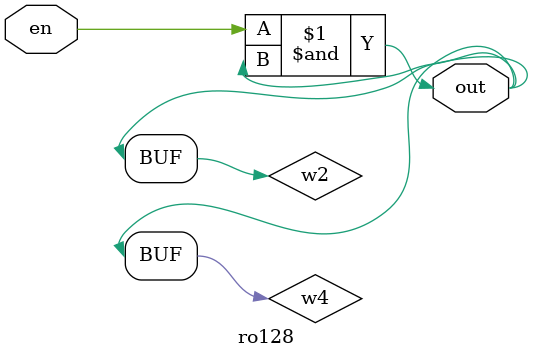
<source format=v>
`timescale 1ns/1ps
module ro1(
				input en,
				output out
			);
	 
       (* S= "TRUE"*)(* ALLOW_COMBINATORIAL_LOOPS = "true", KEEP = "true" *) 
	    wire w1, w2, w3,w4,w5;  
		
		  
        nand #1(w1, en, out);
        not #1(w2, w1);
        not #1(w3, w2);
        not #1(w4,w3);
        not #1(w5, w4);
        not #1(out, w5);
       
		
endmodule

module ro2(
				input en,
				output out
			);
	 
       (* S= "TRUE"*)(* ALLOW_COMBINATORIAL_LOOPS = "true", KEEP = "true" *) 
	    wire w1, w2, w3,w4,w5; 
		
		  
        nand #2(w1, en, out);
        not #2(w2, w1);
        not #2(w3, w2);
        not #2(w4,w3);
        not #2(w5, w4);
        not #2(out, w5);
        
		
endmodule

module ro3(
				input en,
				output out
			);
	 
       (* S= "TRUE"*)(* ALLOW_COMBINATORIAL_LOOPS = "true", KEEP = "true" *) 
	    wire w1, w2, w3,w4,w5;
		
		  
        nand #3(w1, en, out);
        not #3(w2, w1);
        not #3(w3, w2);
        not #3(w4,w3);
        not #3(w5, w4);
        not #3(out, w5);
        
		
endmodule

module ro4(
				input en,
				output out
			);
	 
       (* S= "TRUE"*)(* ALLOW_COMBINATORIAL_LOOPS = "true", KEEP = "true" *) 
	    wire w1, w2, w3,w4,w5;
		
		  
        nand #4(w1, en, out);
        not #4(w2, w1);
        not #4(w3, w2);
        not #4(w4,w3);
        not #4(w5, w4);
        not #4(out, w5);
        
		
endmodule

module ro5(
				input en,
				output out
			);
	 
       (* S= "TRUE"*)(* ALLOW_COMBINATORIAL_LOOPS = "true", KEEP = "true" *) 
	    wire w1, w2, w3,w4,w5; 
		
		  
        nand #5(w1, en, out);
        not #5(w2, w1);
        not #5(w3, w2);
        not #5(w4,w3);
        not #5(w5, w4);
        not #5(out, w5);
       
		
endmodule

module ro6(
				input en,
				output out
			);
	 
       (* S= "TRUE"*)(* ALLOW_COMBINATORIAL_LOOPS = "true", KEEP = "true" *) 
	    wire w1, w2, w3,w4,w5;
		
		  
        nand #6(w1, en, out);
        not #6(w2, w1);
        not #6(w3, w2);
        not #6(w4,w3);
        not #6(w5, w4);
        not #6(out, w5);
        
endmodule

module ro7(
				input en,
				output out
			);
	 
       (* S= "TRUE"*)(* ALLOW_COMBINATORIAL_LOOPS = "true", KEEP = "true" *) 
	    wire w1, w2, w3,w4,w5;  
		
		  
        nand #7(w1, en, out);
        not #7(w2, w1);
        not #7(w3, w2);
        not #7(w4,w3);
        not #7(w5, w4);
        not #7(out, w5);
       
		
endmodule

module ro8(
				input en,
				output out
			);
	 
       (* S= "TRUE"*)(* ALLOW_COMBINATORIAL_LOOPS = "true", KEEP = "true" *) 
	    wire w1, w2, w3,w4,w5; 
		
		  
        nand #8(w1, en, out);
        not #8(w2, w1);
        not #8(w3, w2);
        not #8(w4,w3);
        not #8(w5, w4);
        not #8(out, w5);
        
		
endmodule
module ro9(
				input en,
				output out
			);
	 
       (* S= "TRUE"*)(* ALLOW_COMBINATORIAL_LOOPS = "true", KEEP = "true" *) 
	    wire w1, w2, w3,w4,w5; 
		
		  
        nand #9(w1, en, out);
        not #9(w2, w1);
        not #9(w3, w2);
        not #9(w4,w3);
        not #9(w5, w4);
        not #9(out, w5);
        
		
endmodule

module ro10(
				input en,
				output out
			);
	 
       (* S= "TRUE"*)(* ALLOW_COMBINATORIAL_LOOPS = "true", KEEP = "true" *) 
	    wire w1, w2, w3,w4,w5; 
		
		  
        nand #10(w1, en, out);
        not #10(w2, w1);
        not #10(w3, w2);
        not #10(w4,w3);
        not #10(w5, w4);
        not #10(out, w5);
        
		
endmodule

module ro11(
				input en,
				output out
			);
	 
       (* S= "TRUE"*)(* ALLOW_COMBINATORIAL_LOOPS = "true", KEEP = "true" *) 
	    wire w1, w2, w3,w4,w5; 
		
		  
        nand #11(w1, en, out);
        not #11(w2, w1);
        not #11(w3, w2);
        not #11(w4,w3);
        not #11(w5, w4);
        not #11(out, w5);
        
		
endmodule

module ro12(
				input en,
				output out
			);
	 
       (* S= "TRUE"*)(* ALLOW_COMBINATORIAL_LOOPS = "true", KEEP = "true" *) 
	    wire w1, w2, w3,w4,w5; 
		
		  
        nand #12(w1, en, out);
        not #12(w2, w1);
        not #12(w3, w2);
        not #12(w4,w3);
        not #12(w5, w4);
        not #12(out, w5);
        
		
endmodule

module ro13(
				input en,
				output out
			);
	 
       (* S= "TRUE"*)(* ALLOW_COMBINATORIAL_LOOPS = "true", KEEP = "true" *) 
	    wire w1, w2, w3,w4,w5; 
		
		  
        nand #13(w1, en, out);
        not #13(w2, w1);
        not #13(w3, w2);
        not #13(w4,w3);
        not #13(w5, w4);
        not #13(out, w5);
        
		
endmodule

module ro14(
				input en,
				output out
			);
	 
       (* S= "TRUE"*)(* ALLOW_COMBINATORIAL_LOOPS = "true", KEEP = "true" *) 
	    wire w1, w2, w3,w4,w5; 
		
		  
        nand #14(w1, en, out);
        not #14(w2, w1);
        not #14(w3, w2);
        not #14(w4,w3);
        not #14(w5, w4);
        not #14(out, w5);
        
		
endmodule

module ro15(
				input en,
				output out
			);
	 
       (* S= "TRUE"*)(* ALLOW_COMBINATORIAL_LOOPS = "true", KEEP = "true" *) 
	    wire w1, w2, w3,w4,w5; 
		
		  
        nand #15(w1, en, out);
        not #15(w2, w1);
        not #15(w3, w2);
        not #15(w4,w3);
        not #15(w5, w4);
        not #15(out, w5);
        
		
endmodule

module ro16(
				input en,
				output out
			);
	 
       (* S= "TRUE"*)(* ALLOW_COMBINATORIAL_LOOPS = "true", KEEP = "true" *) 
	    wire w1, w2, w3,w4,w5; 
		
		  
        nand #16(w1, en, out);
        not #16(w2, w1);
        not #16(w3, w2);
        not #16(w4,w3);
        not #16(w5, w4);
        not #16(out, w5);
        
		
endmodule

module ro17(
				input en,
				output out
			);
	 
       (* S= "TRUE"*)(* ALLOW_COMBINATORIAL_LOOPS = "true", KEEP = "true" *) 
	    wire w1, w2, w3,w4,w5; 
		
		  
        nand #17(w1, en, out);
        not #17(w2, w1);
        not #17(w3, w2);
        not #17(w4,w3);
        not #17(w5, w4);
        not #17(out, w5);
        
		
endmodule

module ro18(
				input en,
				output out
			);
	 
       (* S= "TRUE"*)(* ALLOW_COMBINATORIAL_LOOPS = "true", KEEP = "true" *) 
	    wire w1, w2, w3,w4,w5; 
		
		  
        nand #18(w1, en, out);
        not #18(w2, w1);
        not #18(w3, w2);
        not #18(w4,w3);
        not #18(w5, w4);
        not #18(out, w5);
        
		
endmodule

module ro19(
				input en,
				output out
			);
	 
       (* S= "TRUE"*)(* ALLOW_COMBINATORIAL_LOOPS = "true", KEEP = "true" *) 
	    wire w1, w2, w3,w4,w5; 
		
		  
        nand #19(w1, en, out);
        not #19(w2, w1);
        not #19(w3, w2);
        not #19(w4,w3);
        not #19(w5, w4);
        not #19(out, w5);
        
		
endmodule
  
module ro20(
				input en,
				output out
			);
	 
       (* S= "TRUE"*)(* ALLOW_COMBINATORIAL_LOOPS = "true", KEEP = "true" *) 
	    wire w1, w2, w3,w4,w5; 
		
		  
        nand #20(w1, en, out);
        not #20(w2, w1);
        not #20(w3, w2);
        not #20(w4,w3);
        not #20(w5, w4);
        not #20(out, w5);
        
		
endmodule
  
module ro21(
				input en,
				output out
			);
	 
       (* S= "TRUE"*)(* ALLOW_COMBINATORIAL_LOOPS = "true", KEEP = "true" *) 
	    wire w1, w2, w3,w4,w5; 
		
		  
        nand #21(w1, en, out);
        not #21(w2, w1);
        not #21(w3, w2);
        not #21(w4,w3);
        not #21(w5, w4);
        not #21(out, w5);
        
		
endmodule
  
module ro22(
				input en,
				output out
			);
	 
       (* S= "TRUE"*)(* ALLOW_COMBINATORIAL_LOOPS = "true", KEEP = "true" *) 
	    wire w1, w2, w3,w4,w5; 
		
		  
        nand #22(w1, en, out);
        not #22(w2, w1);
        not #22(w3, w2);
        not #22(w4,w3);
        not #22(w5, w4);
        not #22(out, w5);
        
		
endmodule
  
module ro23(
				input en,
				output out
			);
	 
       (* S= "TRUE"*)(* ALLOW_COMBINATORIAL_LOOPS = "true", KEEP = "true" *) 
	    wire w1, w2, w3,w4,w5; 
		
		  
        nand #23(w1, en, out);
        not #23(w2, w1);
        not #23(w3, w2);
        not #23(w4,w3);
        not #23(w5, w4);
        not #23(out, w5);
        
		
endmodule
  
module ro24(
				input en,
				output out
			);
	 
       (* S= "TRUE"*)(* ALLOW_COMBINATORIAL_LOOPS = "true", KEEP = "true" *) 
	    wire w1, w2, w3,w4,w5; 
		
		  
        nand #24(w1, en, out);
        not #24(w2, w1);
        not #24(w3, w2);
        not #24(w4,w3);
        not #24(w5, w4);
        not #24(out, w5);
        
		
endmodule
  
module ro25(
				input en,
				output out
			);
	 
       (* S= "TRUE"*)(* ALLOW_COMBINATORIAL_LOOPS = "true", KEEP = "true" *) 
	    wire w1, w2, w3,w4,w5; 
		
		  
        nand #25(w1, en, out);
        not #25(w2, w1);
        not #25(w3, w2);
        not #25(w4,w3);
        not #25(w5, w4);
        not #25(out, w5);
        
		
endmodule
  
module ro26(
				input en,
				output out
			);
	 
       (* S= "TRUE"*)(* ALLOW_COMBINATORIAL_LOOPS = "true", KEEP = "true" *) 
	    wire w1, w2, w3,w4,w5; 
		
		  
        nand #26(w1, en, out);
        not #26(w2, w1);
        not #26(w3, w2);
        not #26(w4,w3);
        not #26(w5, w4);
        not #26(out, w5);
        
		
endmodule
  
module ro27(
				input en,
				output out
			);
	 
       (* S= "TRUE"*)(* ALLOW_COMBINATORIAL_LOOPS = "true", KEEP = "true" *) 
	    wire w1, w2, w3,w4,w5; 
		
		  
        nand #27(w1, en, out);
        not #27(w2, w1);
        not #27(w3, w2);
        not #27(w4,w3);
        not #27(w5, w4);
        not #27(out, w5);
        
		
endmodule
  
module ro28(
				input en,
				output out
			);
	 
       (* S= "TRUE"*)(* ALLOW_COMBINATORIAL_LOOPS = "true", KEEP = "true" *) 
	    wire w1, w2, w3,w4,w5; 
		
		  
        nand #28(w1, en, out);
        not #28(w2, w1);
        not #28(w3, w2);
        not #28(w4,w3);
        not #28(w5, w4);
        not #28(out, w5);
        
		
endmodule
  
module ro29(
				input en,
				output out
			);
	 
       (* S= "TRUE"*)(* ALLOW_COMBINATORIAL_LOOPS = "true", KEEP = "true" *) 
	    wire w1, w2, w3,w4,w5; 
		
		  
        nand #29(w1, en, out);
        not #29(w2, w1);
        not #29(w3, w2);
        not #29(w4,w3);
        not #29(w5, w4);
        not #29(out, w5);
        
		
endmodule
  
module ro30(
				input en,
				output out
			);
	 
       (* S= "TRUE"*)(* ALLOW_COMBINATORIAL_LOOPS = "true", KEEP = "true" *) 
	    wire w1, w2, w3,w4,w5; 
		
		  
        nand #30(w1, en, out);
        not #30(w2, w1);
        not #30(w3, w2);
        not #30(w4,w3);
        not #30(w5, w4);
        not #30(out, w5);
        
		
endmodule
  
module ro31(
				input en,
				output out
			);
	 
       (* S= "TRUE"*)(* ALLOW_COMBINATORIAL_LOOPS = "true", KEEP = "true" *) 
	    wire w1, w2, w3,w4,w5; 
		
		  
        nand #31(w1, en, out);
        not #31(w2, w1);
        not #31(w3, w2);
        not #31(w4,w3);
        not #31(w5, w4);
        not #31(out, w5);
        
		
endmodule
  
module ro32(
				input en,
				output out
			);
	 
       (* S= "TRUE"*)(* ALLOW_COMBINATORIAL_LOOPS = "true", KEEP = "true" *) 
	    wire w1, w2, w3,w4,w5; 
		
		  
        nand #32(w1, en, out);
        not #32(w2, w1);
        not #32(w3, w2);
        not #32(w4,w3);
        not #32(w5, w4);
        not #32(out, w5);
        
		
endmodule
  
module ro33(
				input en,
				output out
			);
	 
       (* S= "TRUE"*)(* ALLOW_COMBINATORIAL_LOOPS = "true", KEEP = "true" *) 
	    wire w1, w2, w3,w4,w5; 
		
		  
        nand #33(w1, en, out);
        not #33(w2, w1);
        not #33(w3, w2);
        not #33(w4,w3);
        not #33(w5, w4);
        not #33(out, w5);
        
		
endmodule
  
module ro34(
				input en,
				output out
			);
	 
       (* S= "TRUE"*)(* ALLOW_COMBINATORIAL_LOOPS = "true", KEEP = "true" *) 
	    wire w1, w2, w3,w4,w5; 
		
		  
        nand #34(w1, en, out);
        not #34(w2, w1);
        not #34(w3, w2);
        not #34(w4,w3);
        not #34(w5, w4);
        not #34(out, w5);
        
		
endmodule
  
module ro35(
				input en,
				output out
			);
	 
       (* S= "TRUE"*)(* ALLOW_COMBINATORIAL_LOOPS = "true", KEEP = "true" *) 
	    wire w1, w2, w3,w4,w5; 
		
		  
        nand #35(w1, en, out);
        not #35(w2, w1);
        not #35(w3, w2);
        not #35(w4,w3);
        not #35(w5, w4);
        not #35(out, w5);
        
		
endmodule
  
module ro36(
				input en,
				output out
			);
	 
       (* S= "TRUE"*)(* ALLOW_COMBINATORIAL_LOOPS = "true", KEEP = "true" *) 
	    wire w1, w2, w3,w4,w5; 
		
		  
        nand #36(w1, en, out);
        not #36(w2, w1);
        not #36(w3, w2);
        not #36(w4,w3);
        not #36(w5, w4);
        not #36(out, w5);
        
		
endmodule
  
module ro37(
				input en,
				output out
			);
	 
       (* S= "TRUE"*)(* ALLOW_COMBINATORIAL_LOOPS = "true", KEEP = "true" *) 
	    wire w1, w2, w3,w4,w5; 
		
		  
        nand #37(w1, en, out);
        not #37(w2, w1);
        not #37(w3, w2);
        not #37(w4,w3);
        not #37(w5, w4);
        not #37(out, w5);
        
		
endmodule
  
module ro38(
				input en,
				output out
			);
	 
       (* S= "TRUE"*)(* ALLOW_COMBINATORIAL_LOOPS = "true", KEEP = "true" *) 
	    wire w1, w2, w3,w4,w5; 
		
		  
        nand #38(w1, en, out);
        not #38(w2, w1);
        not #38(w3, w2);
        not #38(w4,w3);
        not #38(w5, w4);
        not #38(out, w5);
        
		
endmodule
  
module ro39(
				input en,
				output out
			);
	 
       (* S= "TRUE"*)(* ALLOW_COMBINATORIAL_LOOPS = "true", KEEP = "true" *) 
	    wire w1, w2, w3,w4,w5; 
		
		  
        nand #39(w1, en, out);
        not #39(w2, w1);
        not #39(w3, w2);
        not #39(w4,w3);
        not #39(w5, w4);
        not #39(out, w5);
        
		
endmodule
  
module ro40(
				input en,
				output out
			);
	 
       (* S= "TRUE"*)(* ALLOW_COMBINATORIAL_LOOPS = "true", KEEP = "true" *) 
	    wire w1, w2, w3,w4,w5; 
		
		  
        nand #40(w1, en, out);
        not #40(w2, w1);
        not #40(w3, w2);
        not #40(w4,w3);
        not #40(w5, w4);
        not #40(out, w5);
        
		
endmodule
  
module ro41(
				input en,
				output out
			);
	 
       (* S= "TRUE"*)(* ALLOW_COMBINATORIAL_LOOPS = "true", KEEP = "true" *) 
	    wire w1, w2, w3,w4,w5; 
		
		  
        nand #41(w1, en, out);
        not #41(w2, w1);
        not #41(w3, w2);
        not #41(w4,w3);
        not #41(w5, w4);
        not #41(out, w5);
        
		
endmodule
  
module ro42(
				input en,
				output out
			);
	 
       (* S= "TRUE"*)(* ALLOW_COMBINATORIAL_LOOPS = "true", KEEP = "true" *) 
	    wire w1, w2, w3,w4,w5; 
		
		  
        nand #42(w1, en, out);
        not #42(w2, w1);
        not #42(w3, w2);
        not #42(w4,w3);
        not #42(w5, w4);
        not #42(out, w5);
        
		
endmodule
  
module ro43(
				input en,
				output out
			);
	 
       (* S= "TRUE"*)(* ALLOW_COMBINATORIAL_LOOPS = "true", KEEP = "true" *) 
	    wire w1, w2, w3,w4,w5; 
		
		  
        nand #43(w1, en, out);
        not #43(w2, w1);
        not #43(w3, w2);
        not #43(w4,w3);
        not #43(w5, w4);
        not #43(out, w5);
        
		
endmodule
  
module ro44(
				input en,
				output out
			);
	 
       (* S= "TRUE"*)(* ALLOW_COMBINATORIAL_LOOPS = "true", KEEP = "true" *) 
	    wire w1, w2, w3,w4,w5; 
		
		  
        nand #44(w1, en, out);
        not #44(w2, w1);
        not #44(w3, w2);
        not #44(w4,w3);
        not #44(w5, w4);
        not #44(out, w5);
        
		
endmodule
  
module ro45(
				input en,
				output out
			);
	 
       (* S= "TRUE"*)(* ALLOW_COMBINATORIAL_LOOPS = "true", KEEP = "true" *) 
	    wire w1, w2, w3,w4,w5; 
		
		  
        nand #45(w1, en, out);
        not #45(w2, w1);
        not #45(w3, w2);
        not #45(w4,w3);
        not #45(w5, w4);
        not #45(out, w5);
        
		
endmodule
  
module ro46(
				input en,
				output out
			);
	 
       (* S= "TRUE"*)(* ALLOW_COMBINATORIAL_LOOPS = "true", KEEP = "true" *) 
	    wire w1, w2, w3,w4,w5; 
		
		  
        nand #46(w1, en, out);
        not #46(w2, w1);
        not #46(w3, w2);
        not #46(w4,w3);
        not #46(w5, w4);
        not #46(out, w5);
        
		
endmodule
  
module ro47(
				input en,
				output out
			);
	 
       (* S= "TRUE"*)(* ALLOW_COMBINATORIAL_LOOPS = "true", KEEP = "true" *) 
	    wire w1, w2, w3,w4,w5; 
		
		  
        nand #47(w1, en, out);
        not #47(w2, w1);
        not #47(w3, w2);
        not #47(w4,w3);
        not #47(w5, w4);
        not #47(out, w5);
        
		
endmodule
  
module ro48(
				input en,
				output out
			);
	 
       (* S= "TRUE"*)(* ALLOW_COMBINATORIAL_LOOPS = "true", KEEP = "true" *) 
	    wire w1, w2, w3,w4,w5; 
		
		  
        nand #48(w1, en, out);
        not #48(w2, w1);
        not #48(w3, w2);
        not #48(w4,w3);
        not #48(w5, w4);
        not #48(out, w5);
        
		
endmodule
  
module ro49(
				input en,
				output out
			);
	 
       (* S= "TRUE"*)(* ALLOW_COMBINATORIAL_LOOPS = "true", KEEP = "true" *) 
	    wire w1, w2, w3,w4,w5; 
		
		  
        nand #49(w1, en, out);
        not #49(w2, w1);
        not #49(w3, w2);
        not #49(w4,w3);
        not #49(w5, w4);
        not #49(out, w5);
        
		
endmodule
  
module ro50(
				input en,
				output out
			);
	 
       (* S= "TRUE"*)(* ALLOW_COMBINATORIAL_LOOPS = "true", KEEP = "true" *) 
	    wire w1, w2, w3,w4,w5; 
		
		  
        nand #50(w1, en, out);
        not #50(w2, w1);
        not #50(w3, w2);
        not #50(w4,w3);
        not #50(w5, w4);
        not #50(out, w5);
        
		
endmodule
  
module ro51(
				input en,
				output out
			);
	 
       (* S= "TRUE"*)(* ALLOW_COMBINATORIAL_LOOPS = "true", KEEP = "true" *) 
	    wire w1, w2, w3,w4,w5; 
		
		  
        nand #51(w1, en, out);
        not #51(w2, w1);
        not #51(w3, w2);
        not #51(w4,w3);
        not #51(w5, w4);
        not #51(out, w5);
        
		
endmodule
  
module ro52(
				input en,
				output out
			);
	 
       (* S= "TRUE"*)(* ALLOW_COMBINATORIAL_LOOPS = "true", KEEP = "true" *) 
	    wire w1, w2, w3,w4,w5; 
		
		  
        nand #52(w1, en, out);
        not #52(w2, w1);
        not #52(w3, w2);
        not #52(w4,w3);
        not #52(w5, w4);
        not #52(out, w5);
        
		
endmodule
  
module ro53(
				input en,
				output out
			);
	 
       (* S= "TRUE"*)(* ALLOW_COMBINATORIAL_LOOPS = "true", KEEP = "true" *) 
	    wire w1, w2, w3,w4,w5; 
		
		  
        nand #53(w1, en, out);
        not #53(w2, w1);
        not #53(w3, w2);
        not #53(w4,w3);
        not #53(w5, w4);
        not #53(out, w5);
        
		
endmodule
  
module ro54(
				input en,
				output out
			);
	 
       (* S= "TRUE"*)(* ALLOW_COMBINATORIAL_LOOPS = "true", KEEP = "true" *) 
	    wire w1, w2, w3,w4,w5; 
		
		  
        nand #54(w1, en, out);
        not #54(w2, w1);
        not #54(w3, w2);
        not #54(w4,w3);
        not #54(w5, w4);
        not #54(out, w5);
        
		
endmodule
  
module ro55(
				input en,
				output out
			);
	 
       (* S= "TRUE"*)(* ALLOW_COMBINATORIAL_LOOPS = "true", KEEP = "true" *) 
	    wire w1, w2, w3,w4,w5; 
		
		  
        nand #55(w1, en, out);
        not #55(w2, w1);
        not #55(w3, w2);
        not #55(w4,w3);
        not #55(w5, w4);
        not #55(out, w5);
        
		
endmodule
  
module ro56(
				input en,
				output out
			);
	 
       (* S= "TRUE"*)(* ALLOW_COMBINATORIAL_LOOPS = "true", KEEP = "true" *) 
	    wire w1, w2, w3,w4,w5; 
		
		  
        nand #56(w1, en, out);
        not #56(w2, w1);
        not #56(w3, w2);
        not #56(w4,w3);
        not #56(w5, w4);
        not #56(out, w5);
        
		
endmodule
  
module ro57(
				input en,
				output out
			);
	 
       (* S= "TRUE"*)(* ALLOW_COMBINATORIAL_LOOPS = "true", KEEP = "true" *) 
	    wire w1, w2, w3,w4,w5; 
		
		  
        nand #57(w1, en, out);
        not #57(w2, w1);
        not #57(w3, w2);
        not #57(w4,w3);
        not #57(w5, w4);
        not #57(out, w5);
        
		
endmodule
  
module ro58(
				input en,
				output out
			);
	 
       (* S= "TRUE"*)(* ALLOW_COMBINATORIAL_LOOPS = "true", KEEP = "true" *) 
	    wire w1, w2, w3,w4,w5; 
		
		  
        nand #58(w1, en, out);
        not #58(w2, w1);
        not #58(w3, w2);
        not #58(w4,w3);
        not #58(w5, w4);
        not #58(out, w5);
        
		
endmodule
  
module ro59(
				input en,
				output out
			);
	 
       (* S= "TRUE"*)(* ALLOW_COMBINATORIAL_LOOPS = "true", KEEP = "true" *) 
	    wire w1, w2, w3,w4,w5; 
		
		  
        nand #59(w1, en, out);
        not #59(w2, w1);
        not #59(w3, w2);
        not #59(w4,w3);
        not #59(w5, w4);
        not #59(out, w5);
        
		
endmodule
  
module ro60(
				input en,
				output out
			);
	 
       (* S= "TRUE"*)(* ALLOW_COMBINATORIAL_LOOPS = "true", KEEP = "true" *) 
	    wire w1, w2, w3,w4,w5; 
		
		  
        nand #60(w1, en, out);
        not #60(w2, w1);
        not #60(w3, w2);
        not #60(w4,w3);
        not #60(w5, w4);
        not #60(out, w5);
        
		
endmodule
  
module ro61(
				input en,
				output out
			);
	 
       (* S= "TRUE"*)(* ALLOW_COMBINATORIAL_LOOPS = "true", KEEP = "true" *) 
	    wire w1, w2, w3,w4,w5; 
		
		  
        nand #61(w1, en, out);
        not #61(w2, w1);
        not #61(w3, w2);
        not #61(w4,w3);
        not #61(w5, w4);
        not #61(out, w5);
        
		
endmodule
  
module ro62(
				input en,
				output out
			);
	 
       (* S= "TRUE"*)(* ALLOW_COMBINATORIAL_LOOPS = "true", KEEP = "true" *) 
	    wire w1, w2, w3,w4,w5; 
		
		  
        nand #62(w1, en, out);
        not #62(w2, w1);
        not #62(w3, w2);
        not #62(w4,w3);
        not #62(w5, w4);
        not #62(out, w5);
        
		
endmodule
  
module ro63(
				input en,
				output out
			);
	 
       (* S= "TRUE"*)(* ALLOW_COMBINATORIAL_LOOPS = "true", KEEP = "true" *) 
	    wire w1, w2, w3,w4,w5; 
		
		  
        nand #63(w1, en, out);
        not #63(w2, w1);
        not #63(w3, w2);
        not #63(w4,w3);
        not #63(w5, w4);
        not #63(out, w5);
        
		
endmodule
  
module ro64(
				input en,
				output out
			);
	 
       (* S= "TRUE"*)(* ALLOW_COMBINATORIAL_LOOPS = "true", KEEP = "true" *) 
	    wire w1, w2, w3,w4,w5; 
		
		  
        nand #64(w1, en, out);
        not #64(w2, w1);
        not #64(w3, w2);
        not #64(w4,w3);
        not #64(w5, w4);
        not #64(out, w5);
        
		
endmodule
  
module ro65(
				input en,
				output out
			);
	 
       (* S= "TRUE"*)(* ALLOW_COMBINATORIAL_LOOPS = "true", KEEP = "true" *) 
	    wire w1, w2, w3,w4,w5; 
		
		  
        nand #65(w1, en, out);
        not #65(w2, w1);
        not #65(w3, w2);
        not #65(w4,w3);
        not #65(w5, w4);
        not #65(out, w5);
        
		
endmodule
  
module ro66(
				input en,
				output out
			);
	 
       (* S= "TRUE"*)(* ALLOW_COMBINATORIAL_LOOPS = "true", KEEP = "true" *) 
	    wire w1, w2, w3,w4,w5; 
		
		  
        nand #66(w1, en, out);
        not #66(w2, w1);
        not #66(w3, w2);
        not #66(w4,w3);
        not #66(w5, w4);
        not #66(out, w5);
        
		
endmodule
  
module ro67(
				input en,
				output out
			);
	 
       (* S= "TRUE"*)(* ALLOW_COMBINATORIAL_LOOPS = "true", KEEP = "true" *) 
	    wire w1, w2, w3,w4,w5; 
		
		  
        nand #67(w1, en, out);
        not #67(w2, w1);
        not #67(w3, w2);
        not #67(w4,w3);
        not #67(w5, w4);
        not #67(out, w5);
        
		
endmodule
  
module ro68(
				input en,
				output out
			);
	 
       (* S= "TRUE"*)(* ALLOW_COMBINATORIAL_LOOPS = "true", KEEP = "true" *) 
	    wire w1, w2, w3,w4,w5; 
		
		  
        nand #68(w1, en, out);
        not #68(w2, w1);
        not #68(w3, w2);
        not #68(w4,w3);
        not #68(w5, w4);
        not #68(out, w5);
        
		
endmodule
  
module ro69(
				input en,
				output out
			);
	 
       (* S= "TRUE"*)(* ALLOW_COMBINATORIAL_LOOPS = "true", KEEP = "true" *) 
	    wire w1, w2, w3,w4,w5; 
		
		  
        nand #69(w1, en, out);
        not #69(w2, w1);
        not #69(w3, w2);
        not #69(w4,w3);
        not #69(w5, w4);
        not #69(out, w5);
        
		
endmodule
  
module ro70(
				input en,
				output out
			);
	 
       (* S= "TRUE"*)(* ALLOW_COMBINATORIAL_LOOPS = "true", KEEP = "true" *) 
	    wire w1, w2, w3,w4,w5; 
		
		  
        nand #70(w1, en, out);
        not #70(w2, w1);
        not #70(w3, w2);
        not #70(w4,w3);
        not #70(w5, w4);
        not #70(out, w5);
        
		
endmodule
  
module ro71(
				input en,
				output out
			);
	 
       (* S= "TRUE"*)(* ALLOW_COMBINATORIAL_LOOPS = "true", KEEP = "true" *) 
	    wire w1, w2, w3,w4,w5; 
		
		  
        nand #71(w1, en, out);
        not #71(w2, w1);
        not #71(w3, w2);
        not #71(w4,w3);
        not #71(w5, w4);
        not #71(out, w5);
        
		
endmodule
  
module ro72(
				input en,
				output out
			);
	 
       (* S= "TRUE"*)(* ALLOW_COMBINATORIAL_LOOPS = "true", KEEP = "true" *) 
	    wire w1, w2, w3,w4,w5; 
		
		  
        nand #72(w1, en, out);
        not #72(w2, w1);
        not #72(w3, w2);
        not #72(w4,w3);
        not #72(w5, w4);
        not #72(out, w5);
        
		
endmodule
  
module ro73(
				input en,
				output out
			);
	 
       (* S= "TRUE"*)(* ALLOW_COMBINATORIAL_LOOPS = "true", KEEP = "true" *) 
	    wire w1, w2, w3,w4,w5; 
		
		  
        nand #73(w1, en, out);
        not #73(w2, w1);
        not #73(w3, w2);
        not #73(w4,w3);
        not #73(w5, w4);
        not #73(out, w5);
        
		
endmodule
  
module ro74(
				input en,
				output out
			);
	 
       (* S= "TRUE"*)(* ALLOW_COMBINATORIAL_LOOPS = "true", KEEP = "true" *) 
	    wire w1, w2, w3,w4,w5; 
		
		  
        nand #74(w1, en, out);
        not #74(w2, w1);
        not #74(w3, w2);
        not #74(w4,w3);
        not #74(w5, w4);
        not #74(out, w5);
        
		
endmodule
  
module ro75(
				input en,
				output out
			);
	 
       (* S= "TRUE"*)(* ALLOW_COMBINATORIAL_LOOPS = "true", KEEP = "true" *) 
	    wire w1, w2, w3,w4,w5; 
		
		  
        nand #75(w1, en, out);
        not #75(w2, w1);
        not #75(w3, w2);
        not #75(w4,w3);
        not #75(w5, w4);
        not #75(out, w5);
        
		
endmodule
  
module ro76(
				input en,
				output out
			);
	 
       (* S= "TRUE"*)(* ALLOW_COMBINATORIAL_LOOPS = "true", KEEP = "true" *) 
	    wire w1, w2, w3,w4,w5; 
		
		  
        nand #76(w1, en, out);
        not #76(w2, w1);
        not #76(w3, w2);
        not #76(w4,w3);
        not #76(w5, w4);
        not #76(out, w5);
        
		
endmodule
  
module ro77(
				input en,
				output out
			);
	 
       (* S= "TRUE"*)(* ALLOW_COMBINATORIAL_LOOPS = "true", KEEP = "true" *) 
	    wire w1, w2, w3,w4,w5; 
		
		  
        nand #77(w1, en, out);
        not #77(w2, w1);
        not #77(w3, w2);
        not #77(w4,w3);
        not #77(w5, w4);
        not #77(out, w5);
        
		
endmodule
  
module ro78(
				input en,
				output out
			);
	 
       (* S= "TRUE"*)(* ALLOW_COMBINATORIAL_LOOPS = "true", KEEP = "true" *) 
	    wire w1, w2, w3,w4,w5; 
		
		  
        nand #78(w1, en, out);
        not #78(w2, w1);
        not #78(w3, w2);
        not #78(w4,w3);
        not #78(w5, w4);
        not #78(out, w5);
        
		
endmodule
  
module ro79(
				input en,
				output out
			);
	 
       (* S= "TRUE"*)(* ALLOW_COMBINATORIAL_LOOPS = "true", KEEP = "true" *) 
	    wire w1, w2, w3,w4,w5; 
		
		  
        nand #79(w1, en, out);
        not #79(w2, w1);
        not #79(w3, w2);
        not #79(w4,w3);
        not #79(w5, w4);
        not #79(out, w5);
        
		
endmodule
  
module ro80(
				input en,
				output out
			);
	 
       (* S= "TRUE"*)(* ALLOW_COMBINATORIAL_LOOPS = "true", KEEP = "true" *) 
	    wire w1, w2, w3,w4,w5; 
		
		  
        nand #80(w1, en, out);
        not #80(w2, w1);
        not #80(w3, w2);
        not #80(w4,w3);
        not #80(w5, w4);
        not #80(out, w5);
        
		
endmodule
  
module ro81(
				input en,
				output out
			);
	 
       (* S= "TRUE"*)(* ALLOW_COMBINATORIAL_LOOPS = "true", KEEP = "true" *) 
	    wire w1, w2, w3,w4,w5; 
		
		  
        nand #81(w1, en, out);
        not #81(w2, w1);
        not #81(w3, w2);
        not #81(w4,w3);
        not #81(w5, w4);
        not #81(out, w5);
        
		
endmodule
  
module ro82(
				input en,
				output out
			);
	 
       (* S= "TRUE"*)(* ALLOW_COMBINATORIAL_LOOPS = "true", KEEP = "true" *) 
	    wire w1, w2, w3,w4,w5; 
		
		  
        nand #82(w1, en, out);
        not #82(w2, w1);
        not #82(w3, w2);
        not #82(w4,w3);
        not #82(w5, w4);
        not #82(out, w5);
        
		
endmodule
  
module ro83(
				input en,
				output out
			);
	 
       (* S= "TRUE"*)(* ALLOW_COMBINATORIAL_LOOPS = "true", KEEP = "true" *) 
	    wire w1, w2, w3,w4,w5; 
		
		  
        nand #83(w1, en, out);
        not #83(w2, w1);
        not #83(w3, w2);
        not #83(w4,w3);
        not #83(w5, w4);
        not #83(out, w5);
        
		
endmodule
  
module ro84(
				input en,
				output out
			);
	 
       (* S= "TRUE"*)(* ALLOW_COMBINATORIAL_LOOPS = "true", KEEP = "true" *) 
	    wire w1, w2, w3,w4,w5; 
		
		  
        nand #84(w1, en, out);
        not #84(w2, w1);
        not #84(w3, w2);
        not #84(w4,w3);
        not #84(w5, w4);
        not #84(out, w5);
        
		
endmodule
  
module ro85(
				input en,
				output out
			);
	 
       (* S= "TRUE"*)(* ALLOW_COMBINATORIAL_LOOPS = "true", KEEP = "true" *) 
	    wire w1, w2, w3,w4,w5; 
		
		  
        nand #85(w1, en, out);
        not #85(w2, w1);
        not #85(w3, w2);
        not #85(w4,w3);
        not #85(w5, w4);
        not #85(out, w5);
        
		
endmodule
  
module ro86(
				input en,
				output out
			);
	 
       (* S= "TRUE"*)(* ALLOW_COMBINATORIAL_LOOPS = "true", KEEP = "true" *) 
	    wire w1, w2, w3,w4,w5; 
		
		  
        nand #86(w1, en, out);
        not #86(w2, w1);
        not #86(w3, w2);
        not #86(w4,w3);
        not #86(w5, w4);
        not #86(out, w5);
        
		
endmodule
  
module ro87(
				input en,
				output out
			);
	 
       (* S= "TRUE"*)(* ALLOW_COMBINATORIAL_LOOPS = "true", KEEP = "true" *) 
	    wire w1, w2, w3,w4,w5; 
		
		  
        nand #87(w1, en, out);
        not #87(w2, w1);
        not #87(w3, w2);
        not #87(w4,w3);
        not #87(w5, w4);
        not #87(out, w5);
        
		
endmodule
  
module ro88(
				input en,
				output out
			);
	 
       (* S= "TRUE"*)(* ALLOW_COMBINATORIAL_LOOPS = "true", KEEP = "true" *) 
	    wire w1, w2, w3,w4,w5; 
		
		  
        nand #88(w1, en, out);
        not #88(w2, w1);
        not #88(w3, w2);
        not #88(w4,w3);
        not #88(w5, w4);
        not #88(out, w5);
        
		
endmodule
  
module ro89(
				input en,
				output out
			);
	 
       (* S= "TRUE"*)(* ALLOW_COMBINATORIAL_LOOPS = "true", KEEP = "true" *) 
	    wire w1, w2, w3,w4,w5; 
		
		  
        nand #89(w1, en, out);
        not #89(w2, w1);
        not #89(w3, w2);
        not #89(w4,w3);
        not #89(w5, w4);
        not #89(out, w5);
        
		
endmodule
  
module ro90(
				input en,
				output out
			);
	 
       (* S= "TRUE"*)(* ALLOW_COMBINATORIAL_LOOPS = "true", KEEP = "true" *) 
	    wire w1, w2, w3,w4,w5; 
		
		  
        nand #90(w1, en, out);
        not #90(w2, w1);
        not #90(w3, w2);
        not #90(w4,w3);
        not #90(w5, w4);
        not #90(out, w5);
        
		
endmodule
  
module ro91(
				input en,
				output out
			);
	 
       (* S= "TRUE"*)(* ALLOW_COMBINATORIAL_LOOPS = "true", KEEP = "true" *) 
	    wire w1, w2, w3,w4,w5; 
		
		  
        nand #91(w1, en, out);
        not #91(w2, w1);
        not #91(w3, w2);
        not #91(w4,w3);
        not #91(w5, w4);
        not #91(out, w5);
        
		
endmodule
  
module ro92(
				input en,
				output out
			);
	 
       (* S= "TRUE"*)(* ALLOW_COMBINATORIAL_LOOPS = "true", KEEP = "true" *) 
	    wire w1, w2, w3,w4,w5; 
		
		  
        nand #92(w1, en, out);
        not #92(w2, w1);
        not #92(w3, w2);
        not #92(w4,w3);
        not #92(w5, w4);
        not #92(out, w5);
        
		
endmodule
  
module ro93(
				input en,
				output out
			);
	 
       (* S= "TRUE"*)(* ALLOW_COMBINATORIAL_LOOPS = "true", KEEP = "true" *) 
	    wire w1, w2, w3,w4,w5; 
		
		  
        nand #93(w1, en, out);
        not #93(w2, w1);
        not #93(w3, w2);
        not #93(w4,w3);
        not #93(w5, w4);
        not #93(out, w5);
        
		
endmodule
  
module ro94(
				input en,
				output out
			);
	 
       (* S= "TRUE"*)(* ALLOW_COMBINATORIAL_LOOPS = "true", KEEP = "true" *) 
	    wire w1, w2, w3,w4,w5; 
		
		  
        nand #94(w1, en, out);
        not #94(w2, w1);
        not #94(w3, w2);
        not #94(w4,w3);
        not #94(w5, w4);
        not #94(out, w5);
        
		
endmodule
  
module ro95(
				input en,
				output out
			);
	 
       (* S= "TRUE"*)(* ALLOW_COMBINATORIAL_LOOPS = "true", KEEP = "true" *) 
	    wire w1, w2, w3,w4,w5; 
		
		  
        nand #95(w1, en, out);
        not #95(w2, w1);
        not #95(w3, w2);
        not #95(w4,w3);
        not #95(w5, w4);
        not #95(out, w5);
        
		
endmodule
  
module ro96(
				input en,
				output out
			);
	 
       (* S= "TRUE"*)(* ALLOW_COMBINATORIAL_LOOPS = "true", KEEP = "true" *) 
	    wire w1, w2, w3,w4,w5; 
		
		  
        nand #96(w1, en, out);
        not #96(w2, w1);
        not #96(w3, w2);
        not #96(w4,w3);
        not #96(w5, w4);
        not #96(out, w5);
        
		
endmodule
  
module ro97(
				input en,
				output out
			);
	 
       (* S= "TRUE"*)(* ALLOW_COMBINATORIAL_LOOPS = "true", KEEP = "true" *) 
	    wire w1, w2, w3,w4,w5; 
		
		  
        nand #97(w1, en, out);
        not #97(w2, w1);
        not #97(w3, w2);
        not #97(w4,w3);
        not #97(w5, w4);
        not #97(out, w5);
        
		
endmodule
  
module ro98(
				input en,
				output out
			);
	 
       (* S= "TRUE"*)(* ALLOW_COMBINATORIAL_LOOPS = "true", KEEP = "true" *) 
	    wire w1, w2, w3,w4,w5; 
		
		  
        nand #98(w1, en, out);
        not #98(w2, w1);
        not #98(w3, w2);
        not #98(w4,w3);
        not #98(w5, w4);
        not #98(out, w5);
        
		
endmodule
  
module ro99(
				input en,
				output out
			);
	 
       (* S= "TRUE"*)(* ALLOW_COMBINATORIAL_LOOPS = "true", KEEP = "true" *) 
	    wire w1, w2, w3,w4,w5; 
		
		  
        nand #99(w1, en, out);
        not #99(w2, w1);
        not #99(w3, w2);
        not #99(w4,w3);
        not #99(w5, w4);
        not #99(out, w5);
        
		
endmodule
  
module ro100(
				input en,
				output out
			);
	 
       (* S= "TRUE"*)(* ALLOW_COMBINATORIAL_LOOPS = "true", KEEP = "true" *) 
	    wire w1, w2, w3,w4,w5; 
		
		  
        nand #100(w1, en, out);
        not #100(w2, w1);
        not #100(w3, w2);
        not #100(w4,w3);
        not #100(w5, w4);
        not #100(out, w5);
        
		
endmodule
  
module ro101(
				input en,
				output out
			);
	 
       (* S= "TRUE"*)(* ALLOW_COMBINATORIAL_LOOPS = "true", KEEP = "true" *) 
	    wire w1, w2, w3,w4,w5; 
		
		  
        nand #101(w1, en, out);
        not #101(w2, w1);
        not #101(w3, w2);
        not #101(w4,w3);
        not #101(w5, w4);
        not #101(out, w5);
        
		
endmodule
  
module ro102(
				input en,
				output out
			);
	 
       (* S= "TRUE"*)(* ALLOW_COMBINATORIAL_LOOPS = "true", KEEP = "true" *) 
	    wire w1, w2, w3,w4,w5; 
		
		  
        nand #102(w1, en, out);
        not #102(w2, w1);
        not #102(w3, w2);
        not #102(w4,w3);
        not #102(w5, w4);
        not #102(out, w5);
        
		
endmodule
  
module ro103(
				input en,
				output out
			);
	 
       (* S= "TRUE"*)(* ALLOW_COMBINATORIAL_LOOPS = "true", KEEP = "true" *) 
	    wire w1, w2, w3,w4,w5; 
		
		  
        nand #103(w1, en, out);
        not #103(w2, w1);
        not #103(w3, w2);
        not #103(w4,w3);
        not #103(w5, w4);
        not #103(out, w5);
        
		
endmodule
  
module ro104(
				input en,
				output out
			);
	 
       (* S= "TRUE"*)(* ALLOW_COMBINATORIAL_LOOPS = "true", KEEP = "true" *) 
	    wire w1, w2, w3,w4,w5; 
		
		  
        nand #104(w1, en, out);
        not #104(w2, w1);
        not #104(w3, w2);
        not #104(w4,w3);
        not #104(w5, w4);
        not #104(out, w5);
        
		
endmodule
  
module ro105(
				input en,
				output out
			);
	 
       (* S= "TRUE"*)(* ALLOW_COMBINATORIAL_LOOPS = "true", KEEP = "true" *) 
	    wire w1, w2, w3,w4,w5; 
		
		  
        nand #105(w1, en, out);
        not #105(w2, w1);
        not #105(w3, w2);
        not #105(w4,w3);
        not #105(w5, w4);
        not #105(out, w5);
        
		
endmodule
  
module ro106(
				input en,
				output out
			);
	 
       (* S= "TRUE"*)(* ALLOW_COMBINATORIAL_LOOPS = "true", KEEP = "true" *) 
	    wire w1, w2, w3,w4,w5; 
		
		  
        nand #106(w1, en, out);
        not #106(w2, w1);
        not #106(w3, w2);
        not #106(w4,w3);
        not #106(w5, w4);
        not #106(out, w5);
        
		
endmodule
  
module ro107(
				input en,
				output out
			);
	 
       (* S= "TRUE"*)(* ALLOW_COMBINATORIAL_LOOPS = "true", KEEP = "true" *) 
	    wire w1, w2, w3,w4,w5; 
		
		  
        nand #107(w1, en, out);
        not #107(w2, w1);
        not #107(w3, w2);
        not #107(w4,w3);
        not #107(w5, w4);
        not #107(out, w5);
        
		
endmodule
  
module ro108(
				input en,
				output out
			);
	 
       (* S= "TRUE"*)(* ALLOW_COMBINATORIAL_LOOPS = "true", KEEP = "true" *) 
	    wire w1, w2, w3,w4,w5; 
		
		  
        nand #108(w1, en, out);
        not #108(w2, w1);
        not #108(w3, w2);
        not #108(w4,w3);
        not #108(w5, w4);
        not #108(out, w5);
        
		
endmodule
  
module ro109(
				input en,
				output out
			);
	 
       (* S= "TRUE"*)(* ALLOW_COMBINATORIAL_LOOPS = "true", KEEP = "true" *) 
	    wire w1, w2, w3,w4,w5; 
		
		  
        nand #109(w1, en, out);
        not #109(w2, w1);
        not #109(w3, w2);
        not #109(w4,w3);
        not #109(w5, w4);
        not #109(out, w5);
        
		
endmodule
  
  
module ro110(
				input en,
				output out
			);
	 
       (* S= "TRUE"*)(* ALLOW_COMBINATORIAL_LOOPS = "true", KEEP = "true" *) 
	    wire w1, w2, w3,w4,w5; 
		
		  
        nand #110(w1, en, out);
        not #110(w2, w1);
        not #110(w3, w2);
        not #110(w4,w3);
        not #110(w5, w4);
        not #110(out, w5);
        
		
endmodule
  
  
module ro111(
				input en,
				output out
			);
	 
       (* S= "TRUE"*)(* ALLOW_COMBINATORIAL_LOOPS = "true", KEEP = "true" *) 
	    wire w1, w2, w3,w4,w5; 
		
		  
        nand #111(w1, en, out);
        not #111(w2, w1);
        not #111(w3, w2);
        not #111(w4,w3);
        not #111(w5, w4);
        not #111(out, w5);
        
		
endmodule
  
module ro112(
				input en,
				output out
			);
	 
       (* S= "TRUE"*)(* ALLOW_COMBINATORIAL_LOOPS = "true", KEEP = "true" *) 
	    wire w1, w2, w3,w4,w5; 
		
		  
        nand #112(w1, en, out);
        not #112(w2, w1);
        not #112(w3, w2);
        not #112(w4,w3);
        not #112(w5, w4);
        not #112(out, w5);
        
		
endmodule
  
module ro113(
				input en,
				output out
			);
	 
       (* S= "TRUE"*)(* ALLOW_COMBINATORIAL_LOOPS = "true", KEEP = "true" *) 
	    wire w1, w2, w3,w4,w5; 
		
		  
        nand #113(w1, en, out);
        not #113(w2, w1);
        not #113(w3, w2);
        not #113(w4,w3);
        not #113(w5, w4);
        not #113(out, w5);
        
		
endmodule
  
module ro114(
				input en,
				output out
			);
	 
       (* S= "TRUE"*)(* ALLOW_COMBINATORIAL_LOOPS = "true", KEEP = "true" *) 
	    wire w1, w2, w3,w4,w5; 
		
		  
        nand #114(w1, en, out);
        not #114(w2, w1);
        not #114(w3, w2);
        not #114(w4,w3);
        not #114(w5, w4);
        not #114(out, w5);
        
		
endmodule
  
module ro115(
				input en,
				output out
			);
	 
       (* S= "TRUE"*)(* ALLOW_COMBINATORIAL_LOOPS = "true", KEEP = "true" *) 
	    wire w1, w2, w3,w4,w5; 
		
		  
        nand #115(w1, en, out);
        not #115(w2, w1);
        not #115(w3, w2);
        not #115(w4,w3);
        not #115(w5, w4);
        not #115(out, w5);
        
		
endmodule
  
module ro116(
				input en,
				output out
			);
	 
       (* S= "TRUE"*)(* ALLOW_COMBINATORIAL_LOOPS = "true", KEEP = "true" *) 
	    wire w1, w2, w3,w4,w5; 
		
		  
        nand #116(w1, en, out);
        not #116(w2, w1);
        not #116(w3, w2);
        not #116(w4,w3);
        not #116(w5, w4);
        not #116(out, w5);
        
		
endmodule
  
module ro117(
				input en,
				output out
			);
	 
       (* S= "TRUE"*)(* ALLOW_COMBINATORIAL_LOOPS = "true", KEEP = "true" *) 
	    wire w1, w2, w3,w4,w5; 
		
		  
        nand #117(w1, en, out);
        not #117(w2, w1);
        not #117(w3, w2);
        not #117(w4,w3);
        not #117(w5, w4);
        not #117(out, w5);
        
		
endmodule
  
module ro118(
				input en,
				output out
			);
	 
       (* S= "TRUE"*)(* ALLOW_COMBINATORIAL_LOOPS = "true", KEEP = "true" *) 
	    wire w1, w2, w3,w4,w5; 
		
		  
        nand #118(w1, en, out);
        not #118(w2, w1);
        not #118(w3, w2);
        not #118(w4,w3);
        not #118(w5, w4);
        not #118(out, w5);
        
		
endmodule
  
module ro119(
				input en,
				output out
			);
	 
       (* S= "TRUE"*)(* ALLOW_COMBINATORIAL_LOOPS = "true", KEEP = "true" *) 
	    wire w1, w2, w3,w4,w5; 
		
		  
        nand #119(w1, en, out);
        not #119(w2, w1);
        not #119(w3, w2);
        not #119(w4,w3);
        not #119(w5, w4);
        not #119(out, w5);
        
		
endmodule
  
module ro120(
				input en,
				output out
			);
	 
       (* S= "TRUE"*)(* ALLOW_COMBINATORIAL_LOOPS = "true", KEEP = "true" *) 
	    wire w1, w2, w3,w4,w5; 
		
		  
        nand #120(w1, en, out);
        not #120(w2, w1);
        not #120(w3, w2);
        not #120(w4,w3);
        not #120(w5, w4);
        not #120(out, w5);
        
		
endmodule
  
module ro121(
				input en,
				output out
			);
	 
       (* S= "TRUE"*)(* ALLOW_COMBINATORIAL_LOOPS = "true", KEEP = "true" *) 
	    wire w1, w2, w3,w4,w5; 
		
		  
        nand #121(w1, en, out);
        not #121(w2, w1);
        not #121(w3, w2);
        not #121(w4,w3);
        not #121(w5, w4);
        not #121(out, w5);
        
		
endmodule
  
module ro122(
				input en,
				output out
			);
	 
       (* S= "TRUE"*)(* ALLOW_COMBINATORIAL_LOOPS = "true", KEEP = "true" *) 
	    wire w1, w2, w3,w4,w5; 
		
		  
        nand #122(w1, en, out);
        not #122(w2, w1);
        not #122(w3, w2);
        not #122(w4,w3);
        not #122(w5, w4);
        not #122(out, w5);
        
		
endmodule
  
module ro123(
				input en,
				output out
			);
	 
       (* S= "TRUE"*)(* ALLOW_COMBINATORIAL_LOOPS = "true", KEEP = "true" *) 
	    wire w1, w2, w3,w4,w5; 
		
		  
        nand #123(w1, en, out);
        not #123(w2, w1);
        not #123(w3, w2);
        not #123(w4,w3);
        not #123(w5, w4);
        not #123(out, w5);
        
		
endmodule
  
module ro124(
				input en,
				output out
			);
	 
       (* S= "TRUE"*)(* ALLOW_COMBINATORIAL_LOOPS = "true", KEEP = "true" *) 
	    wire w1, w2, w3,w4,w5; 
		
		  
        nand #124(w1, en, out);
        not #124(w2, w1);
        not #124(w3, w2);
        not #124(w4,w3);
        not #124(w5, w4);
        not #124(out, w5);
        
		
endmodule
  
module ro125(
				input en,
				output out
			);
	 
       (* S= "TRUE"*)(* ALLOW_COMBINATORIAL_LOOPS = "true", KEEP = "true" *) 
	    wire w1, w2, w3,w4,w5; 
		
		  
        nand #125(w1, en, out);
        not #125(w2, w1);
        not #125(w3, w2);
        not #125(w4,w3);
        not #125(w5, w4);
        not #125(out, w5);
        
		
endmodule
  
module ro126(
				input en,
				output out
			);
	 
       (* S= "TRUE"*)(* ALLOW_COMBINATORIAL_LOOPS = "true", KEEP = "true" *) 
	    wire w1, w2, w3,w4,w5; 
		
		  
        nand #126(w1, en, out);
        not #126(w2, w1);
        not #126(w3, w2);
        not #126(w4,w3);
        not #126(w5, w4);
        not #126(out, w5);
        
		
endmodule

module ro127(
				input en,
				output out
			);
	 
       (* S= "TRUE"*)(* ALLOW_COMBINATORIAL_LOOPS = "true", KEEP = "true" *) 
	    wire w1, w2, w3,w4,w5; 
		
		  
        nand #127(w1, en, out);
        not #127(w2, w1);
        not #127(w3, w2);
        not #127(w4,w3);
        not #127(w5, w4);
        not #127(out, w5);
        
		
endmodule

module ro128(
				input en,
				output out
			);
	 
       (* S= "TRUE"*)(* ALLOW_COMBINATORIAL_LOOPS = "true", KEEP = "true" *) 
	    wire w1, w2, w3,w4,w5; 
		
		  
        nand #128(w1, en, out);
        not #128(w2, w1);
        not #128(w3, w2);
        not #128(w4,w3);
        not #128(w5, w4);
        not #128(out, w5);
        
		
endmodule





</source>
